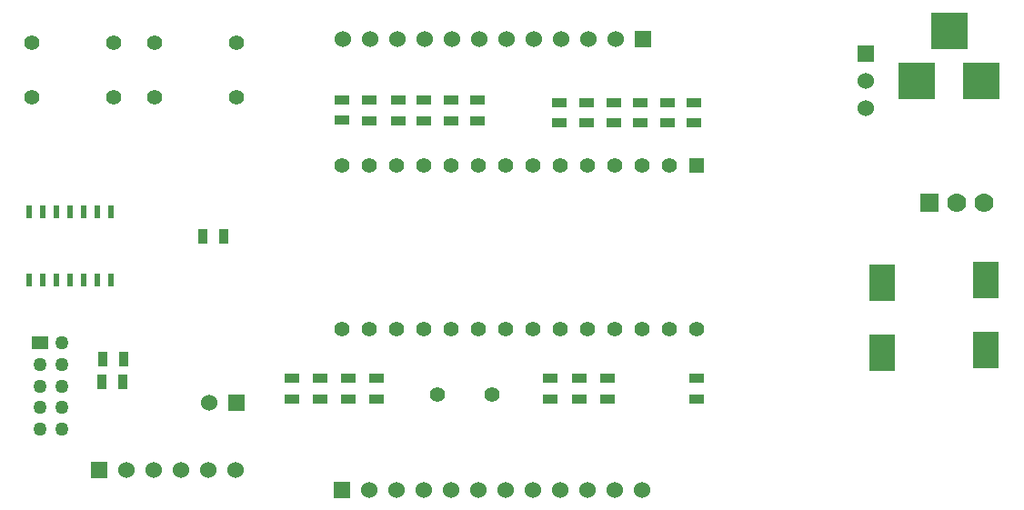
<source format=gts>
G04 (created by PCBNEW (2013-07-07 BZR 4022)-stable) date 5/31/2014 7:32:52 PM*
%MOIN*%
G04 Gerber Fmt 3.4, Leading zero omitted, Abs format*
%FSLAX34Y34*%
G01*
G70*
G90*
G04 APERTURE LIST*
%ADD10C,0.00590551*%
%ADD11C,0.055*%
%ADD12R,0.02X0.045*%
%ADD13R,0.055X0.035*%
%ADD14R,0.035X0.055*%
%ADD15R,0.06X0.06*%
%ADD16C,0.06*%
%ADD17C,0.056*%
%ADD18R,0.055X0.055*%
%ADD19R,0.1378X0.1378*%
%ADD20R,0.07X0.07*%
%ADD21C,0.07*%
%ADD22R,0.06X0.05*%
%ADD23C,0.05*%
%ADD24R,0.0945X0.1378*%
G04 APERTURE END LIST*
G54D10*
G54D11*
X61650Y-49425D03*
X61650Y-51425D03*
X58650Y-49425D03*
X58650Y-51425D03*
X66140Y-49400D03*
X66140Y-51400D03*
X63140Y-49400D03*
X63140Y-51400D03*
G54D12*
X58550Y-58100D03*
X59050Y-58100D03*
X59550Y-58100D03*
X60050Y-58100D03*
X60550Y-58100D03*
X61050Y-58100D03*
X61550Y-58100D03*
X61550Y-55600D03*
X61050Y-55600D03*
X60050Y-55600D03*
X59550Y-55600D03*
X59050Y-55600D03*
X58550Y-55600D03*
X60550Y-55600D03*
G54D13*
X77650Y-61725D03*
X77650Y-62475D03*
X78975Y-51600D03*
X78975Y-52350D03*
X77975Y-51600D03*
X77975Y-52350D03*
X79975Y-51600D03*
X79975Y-52350D03*
X74975Y-51525D03*
X74975Y-52275D03*
X74000Y-51525D03*
X74000Y-52275D03*
X73025Y-51525D03*
X73025Y-52275D03*
X72075Y-51525D03*
X72075Y-52275D03*
X71025Y-51525D03*
X71025Y-52275D03*
X78725Y-61725D03*
X78725Y-62475D03*
G54D14*
X61250Y-61000D03*
X62000Y-61000D03*
X65675Y-56500D03*
X64925Y-56500D03*
G54D13*
X69200Y-61725D03*
X69200Y-62475D03*
G54D14*
X61975Y-61850D03*
X61225Y-61850D03*
G54D13*
X70025Y-52250D03*
X70025Y-51500D03*
X68175Y-61725D03*
X68175Y-62475D03*
X80950Y-51600D03*
X80950Y-52350D03*
X83025Y-61725D03*
X83025Y-62475D03*
X70250Y-61725D03*
X70250Y-62475D03*
X71275Y-61725D03*
X71275Y-62475D03*
X82925Y-52350D03*
X82925Y-51600D03*
X81950Y-52350D03*
X81950Y-51600D03*
X79750Y-61725D03*
X79750Y-62475D03*
G54D15*
X89225Y-49800D03*
G54D16*
X89225Y-50800D03*
X89225Y-51800D03*
G54D15*
X66150Y-62600D03*
G54D16*
X65150Y-62600D03*
G54D15*
X61100Y-65075D03*
G54D16*
X62100Y-65075D03*
X63100Y-65075D03*
X64100Y-65075D03*
X65100Y-65075D03*
X66100Y-65075D03*
X75000Y-65800D03*
G54D15*
X70000Y-65800D03*
G54D16*
X71000Y-65800D03*
X72000Y-65800D03*
X73000Y-65800D03*
X74000Y-65800D03*
X75000Y-65800D03*
X76000Y-65800D03*
X77000Y-65800D03*
X78000Y-65800D03*
X79000Y-65800D03*
X80000Y-65800D03*
X81000Y-65800D03*
X76050Y-49275D03*
G54D15*
X81050Y-49275D03*
G54D16*
X80050Y-49275D03*
X79050Y-49275D03*
X78050Y-49275D03*
X77050Y-49275D03*
X76050Y-49275D03*
X75050Y-49275D03*
X74050Y-49275D03*
X73050Y-49275D03*
X72050Y-49275D03*
X71050Y-49275D03*
X70050Y-49275D03*
G54D17*
X73500Y-62300D03*
X75500Y-62300D03*
G54D18*
X83000Y-53900D03*
G54D11*
X82000Y-53900D03*
X81000Y-53900D03*
X80000Y-53900D03*
X79000Y-53900D03*
X78000Y-53900D03*
X77000Y-53900D03*
X76000Y-53900D03*
X75000Y-53900D03*
X74000Y-53900D03*
X73000Y-53900D03*
X72000Y-53900D03*
X71000Y-53900D03*
X70000Y-53900D03*
X70000Y-59900D03*
X71000Y-59900D03*
X72000Y-59900D03*
X73000Y-59900D03*
X74000Y-59900D03*
X75000Y-59900D03*
X76000Y-59900D03*
X77000Y-59900D03*
X78000Y-59900D03*
X79000Y-59900D03*
X80000Y-59900D03*
X81000Y-59900D03*
X82000Y-59900D03*
X83000Y-59900D03*
G54D19*
X91084Y-50825D03*
X93446Y-50825D03*
X92265Y-48975D03*
G54D20*
X91560Y-55290D03*
G54D21*
X92560Y-55290D03*
X93560Y-55290D03*
G54D22*
X58962Y-60425D03*
G54D23*
X59750Y-60425D03*
X58962Y-61212D03*
X59750Y-61212D03*
X58962Y-62000D03*
X59750Y-62000D03*
X58962Y-62787D03*
X59750Y-62787D03*
X58962Y-63574D03*
X59750Y-63574D03*
G54D24*
X93600Y-58120D03*
X93600Y-60680D03*
X89800Y-58220D03*
X89800Y-60780D03*
M02*

</source>
